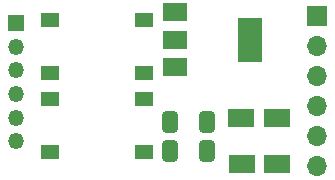
<source format=gbr>
%TF.GenerationSoftware,KiCad,Pcbnew,7.0.6-1.fc38*%
%TF.CreationDate,2023-08-14T18:08:00+02:00*%
%TF.ProjectId,ESP12F_PROGRAMMER,45535031-3246-45f5-9052-4f4752414d4d,rev?*%
%TF.SameCoordinates,Original*%
%TF.FileFunction,Soldermask,Top*%
%TF.FilePolarity,Negative*%
%FSLAX46Y46*%
G04 Gerber Fmt 4.6, Leading zero omitted, Abs format (unit mm)*
G04 Created by KiCad (PCBNEW 7.0.6-1.fc38) date 2023-08-14 18:08:00*
%MOMM*%
%LPD*%
G01*
G04 APERTURE LIST*
G04 Aperture macros list*
%AMRoundRect*
0 Rectangle with rounded corners*
0 $1 Rounding radius*
0 $2 $3 $4 $5 $6 $7 $8 $9 X,Y pos of 4 corners*
0 Add a 4 corners polygon primitive as box body*
4,1,4,$2,$3,$4,$5,$6,$7,$8,$9,$2,$3,0*
0 Add four circle primitives for the rounded corners*
1,1,$1+$1,$2,$3*
1,1,$1+$1,$4,$5*
1,1,$1+$1,$6,$7*
1,1,$1+$1,$8,$9*
0 Add four rect primitives between the rounded corners*
20,1,$1+$1,$2,$3,$4,$5,0*
20,1,$1+$1,$4,$5,$6,$7,0*
20,1,$1+$1,$6,$7,$8,$9,0*
20,1,$1+$1,$8,$9,$2,$3,0*%
G04 Aperture macros list end*
%ADD10RoundRect,0.250000X0.412500X0.650000X-0.412500X0.650000X-0.412500X-0.650000X0.412500X-0.650000X0*%
%ADD11R,2.200000X1.600000*%
%ADD12R,1.550000X1.300000*%
%ADD13R,1.700000X1.700000*%
%ADD14O,1.700000X1.700000*%
%ADD15R,2.000000X1.500000*%
%ADD16R,2.000000X3.800000*%
%ADD17R,1.350000X1.350000*%
%ADD18O,1.350000X1.350000*%
G04 APERTURE END LIST*
D10*
%TO.C,C4*%
X131483500Y-102870000D03*
X128358500Y-102870000D03*
%TD*%
D11*
%TO.C,C2*%
X134390000Y-100076000D03*
X137390000Y-100076000D03*
%TD*%
D12*
%TO.C,RST*%
X118237000Y-98497000D03*
X126187000Y-98497000D03*
X118237000Y-102997000D03*
X126187000Y-102997000D03*
%TD*%
D11*
%TO.C,C3*%
X134414000Y-104013000D03*
X137414000Y-104013000D03*
%TD*%
D12*
%TO.C,PRG*%
X126187000Y-96321000D03*
X118237000Y-96321000D03*
X126187000Y-91821000D03*
X118237000Y-91821000D03*
%TD*%
D13*
%TO.C,J2*%
X140843000Y-91440000D03*
D14*
X140843000Y-93980000D03*
X140843000Y-96520000D03*
X140843000Y-99060000D03*
X140843000Y-101600000D03*
X140843000Y-104140000D03*
%TD*%
D15*
%TO.C,U1*%
X128803000Y-91172000D03*
X128803000Y-93472000D03*
D16*
X135103000Y-93472000D03*
D15*
X128803000Y-95772000D03*
%TD*%
D10*
%TO.C,C1*%
X131483500Y-100457000D03*
X128358500Y-100457000D03*
%TD*%
D17*
%TO.C,J1*%
X115316000Y-92075000D03*
D18*
X115316000Y-94075000D03*
X115316000Y-96075000D03*
X115316000Y-98075000D03*
X115316000Y-100075000D03*
X115316000Y-102075000D03*
%TD*%
M02*

</source>
